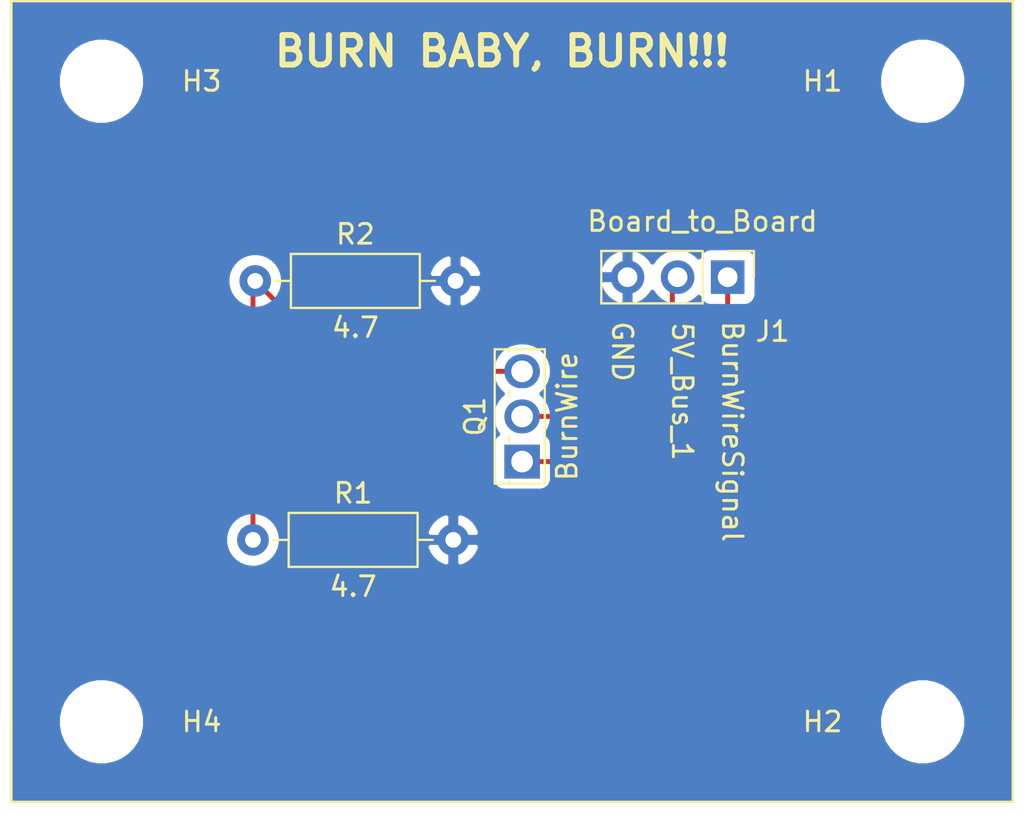
<source format=kicad_pcb>
(kicad_pcb (version 20171130) (host pcbnew "(5.1.5)-3")

  (general
    (thickness 1.6)
    (drawings 13)
    (tracks 15)
    (zones 0)
    (modules 8)
    (nets 5)
  )

  (page A4)
  (layers
    (0 F.Cu signal)
    (31 B.Cu signal)
    (32 B.Adhes user)
    (33 F.Adhes user)
    (34 B.Paste user)
    (35 F.Paste user)
    (36 B.SilkS user)
    (37 F.SilkS user)
    (38 B.Mask user)
    (39 F.Mask user)
    (40 Dwgs.User user)
    (41 Cmts.User user)
    (42 Eco1.User user)
    (43 Eco2.User user)
    (44 Edge.Cuts user)
    (45 Margin user)
    (46 B.CrtYd user)
    (47 F.CrtYd user)
    (48 B.Fab user)
    (49 F.Fab user)
  )

  (setup
    (last_trace_width 0.25)
    (trace_clearance 0.2)
    (zone_clearance 0.508)
    (zone_45_only no)
    (trace_min 0.2)
    (via_size 0.8)
    (via_drill 0.4)
    (via_min_size 0.4)
    (via_min_drill 0.3)
    (uvia_size 0.3)
    (uvia_drill 0.1)
    (uvias_allowed no)
    (uvia_min_size 0.2)
    (uvia_min_drill 0.1)
    (edge_width 0.05)
    (segment_width 0.2)
    (pcb_text_width 0.3)
    (pcb_text_size 1.5 1.5)
    (mod_edge_width 0.12)
    (mod_text_size 1 1)
    (mod_text_width 0.15)
    (pad_size 1.524 1.524)
    (pad_drill 0.762)
    (pad_to_mask_clearance 0.051)
    (solder_mask_min_width 0.25)
    (aux_axis_origin 0 0)
    (visible_elements FFFFFF7F)
    (pcbplotparams
      (layerselection 0x010fc_ffffffff)
      (usegerberextensions false)
      (usegerberattributes false)
      (usegerberadvancedattributes false)
      (creategerberjobfile false)
      (excludeedgelayer true)
      (linewidth 0.100000)
      (plotframeref false)
      (viasonmask false)
      (mode 1)
      (useauxorigin false)
      (hpglpennumber 1)
      (hpglpenspeed 20)
      (hpglpendiameter 15.000000)
      (psnegative false)
      (psa4output false)
      (plotreference true)
      (plotvalue true)
      (plotinvisibletext false)
      (padsonsilk false)
      (subtractmaskfromsilk false)
      (outputformat 1)
      (mirror false)
      (drillshape 1)
      (scaleselection 1)
      (outputdirectory ""))
  )

  (net 0 "")
  (net 1 GND)
  (net 2 /5V_Bus_1)
  (net 3 /BurnWireSignal)
  (net 4 "Net-(Q1-Pad3)")

  (net_class Default "This is the default net class."
    (clearance 0.2)
    (trace_width 0.25)
    (via_dia 0.8)
    (via_drill 0.4)
    (uvia_dia 0.3)
    (uvia_drill 0.1)
    (add_net /5V_Bus_1)
    (add_net /BurnWireSignal)
    (add_net GND)
    (add_net "Net-(Q1-Pad3)")
  )

  (module Connector_PinHeader_2.54mm:PinHeader_1x03_P2.54mm_Vertical (layer F.Cu) (tedit 59FED5CC) (tstamp 5E60DF9B)
    (at 203.9747 69.8881 270)
    (descr "Through hole straight pin header, 1x03, 2.54mm pitch, single row")
    (tags "Through hole pin header THT 1x03 2.54mm single row")
    (path /5E6D3E34)
    (fp_text reference J1 (at 2.7559 -2.2733 180) (layer F.SilkS)
      (effects (font (size 1 1) (thickness 0.15)))
    )
    (fp_text value Board_to_Board (at -2.8321 1.2827 180) (layer F.SilkS)
      (effects (font (size 1 1) (thickness 0.15)))
    )
    (fp_text user %R (at 0 2.54) (layer F.Fab)
      (effects (font (size 1 1) (thickness 0.15)))
    )
    (fp_line (start 1.8 -1.8) (end -1.8 -1.8) (layer F.CrtYd) (width 0.05))
    (fp_line (start 1.8 6.85) (end 1.8 -1.8) (layer F.CrtYd) (width 0.05))
    (fp_line (start -1.8 6.85) (end 1.8 6.85) (layer F.CrtYd) (width 0.05))
    (fp_line (start -1.8 -1.8) (end -1.8 6.85) (layer F.CrtYd) (width 0.05))
    (fp_line (start -1.33 -1.33) (end 0 -1.33) (layer F.SilkS) (width 0.12))
    (fp_line (start -1.33 0) (end -1.33 -1.33) (layer F.SilkS) (width 0.12))
    (fp_line (start -1.33 1.27) (end 1.33 1.27) (layer F.SilkS) (width 0.12))
    (fp_line (start 1.33 1.27) (end 1.33 6.41) (layer F.SilkS) (width 0.12))
    (fp_line (start -1.33 1.27) (end -1.33 6.41) (layer F.SilkS) (width 0.12))
    (fp_line (start -1.33 6.41) (end 1.33 6.41) (layer F.SilkS) (width 0.12))
    (fp_line (start -1.27 -0.635) (end -0.635 -1.27) (layer F.Fab) (width 0.1))
    (fp_line (start -1.27 6.35) (end -1.27 -0.635) (layer F.Fab) (width 0.1))
    (fp_line (start 1.27 6.35) (end -1.27 6.35) (layer F.Fab) (width 0.1))
    (fp_line (start 1.27 -1.27) (end 1.27 6.35) (layer F.Fab) (width 0.1))
    (fp_line (start -0.635 -1.27) (end 1.27 -1.27) (layer F.Fab) (width 0.1))
    (pad 3 thru_hole oval (at 0 5.08 270) (size 1.7 1.7) (drill 1) (layers *.Cu *.Mask)
      (net 1 GND))
    (pad 2 thru_hole oval (at 0 2.54 270) (size 1.7 1.7) (drill 1) (layers *.Cu *.Mask)
      (net 2 /5V_Bus_1))
    (pad 1 thru_hole rect (at 0 0 270) (size 1.7 1.7) (drill 1) (layers *.Cu *.Mask)
      (net 3 /BurnWireSignal))
    (model ${KISYS3DMOD}/Connector_PinHeader_2.54mm.3dshapes/PinHeader_1x03_P2.54mm_Vertical.wrl
      (at (xyz 0 0 0))
      (scale (xyz 1 1 1))
      (rotate (xyz 0 0 0))
    )
  )

  (module MountingHole:MountingHole_3.2mm_M3 (layer F.Cu) (tedit 56D1B4CB) (tstamp 5E60EC7F)
    (at 172.212 92.456)
    (descr "Mounting Hole 3.2mm, no annular, M3")
    (tags "mounting hole 3.2mm no annular m3")
    (path /5E6DB274)
    (attr virtual)
    (fp_text reference H4 (at 5.08 0) (layer F.SilkS)
      (effects (font (size 1 1) (thickness 0.15)))
    )
    (fp_text value MountingHole (at 0 4.2) (layer F.Fab)
      (effects (font (size 1 1) (thickness 0.15)))
    )
    (fp_circle (center 0 0) (end 3.45 0) (layer F.CrtYd) (width 0.05))
    (fp_circle (center 0 0) (end 3.2 0) (layer Cmts.User) (width 0.15))
    (fp_text user %R (at 0.3 0) (layer F.Fab)
      (effects (font (size 1 1) (thickness 0.15)))
    )
    (pad 1 np_thru_hole circle (at 0 0) (size 3.2 3.2) (drill 3.2) (layers *.Cu *.Mask))
  )

  (module MountingHole:MountingHole_3.2mm_M3 (layer F.Cu) (tedit 56D1B4CB) (tstamp 5E60EDCF)
    (at 172.212 59.944)
    (descr "Mounting Hole 3.2mm, no annular, M3")
    (tags "mounting hole 3.2mm no annular m3")
    (path /5E6DAF4F)
    (attr virtual)
    (fp_text reference H3 (at 5.08 0) (layer F.SilkS)
      (effects (font (size 1 1) (thickness 0.15)))
    )
    (fp_text value MountingHole (at 0 4.2) (layer F.Fab)
      (effects (font (size 1 1) (thickness 0.15)))
    )
    (fp_circle (center 0 0) (end 3.45 0) (layer F.CrtYd) (width 0.05))
    (fp_circle (center 0 0) (end 3.2 0) (layer Cmts.User) (width 0.15))
    (fp_text user %R (at 0.3 0) (layer F.Fab)
      (effects (font (size 1 1) (thickness 0.15)))
    )
    (pad 1 np_thru_hole circle (at 0 0) (size 3.2 3.2) (drill 3.2) (layers *.Cu *.Mask))
  )

  (module MountingHole:MountingHole_3.2mm_M3 (layer F.Cu) (tedit 56D1B4CB) (tstamp 5E60EC6F)
    (at 213.868 92.456)
    (descr "Mounting Hole 3.2mm, no annular, M3")
    (tags "mounting hole 3.2mm no annular m3")
    (path /5E6D9CFE)
    (attr virtual)
    (fp_text reference H2 (at -5.08 0) (layer F.SilkS)
      (effects (font (size 1 1) (thickness 0.15)))
    )
    (fp_text value MountingHole (at 0 4.2) (layer F.Fab)
      (effects (font (size 1 1) (thickness 0.15)))
    )
    (fp_circle (center 0 0) (end 3.45 0) (layer F.CrtYd) (width 0.05))
    (fp_circle (center 0 0) (end 3.2 0) (layer Cmts.User) (width 0.15))
    (fp_text user %R (at 0.3 0) (layer F.Fab)
      (effects (font (size 1 1) (thickness 0.15)))
    )
    (pad 1 np_thru_hole circle (at 0 0) (size 3.2 3.2) (drill 3.2) (layers *.Cu *.Mask))
  )

  (module MountingHole:MountingHole_3.2mm_M3 (layer F.Cu) (tedit 56D1B4CB) (tstamp 5E60EC67)
    (at 213.868 59.944)
    (descr "Mounting Hole 3.2mm, no annular, M3")
    (tags "mounting hole 3.2mm no annular m3")
    (path /5E6DAC81)
    (attr virtual)
    (fp_text reference H1 (at -5.08 0) (layer F.SilkS)
      (effects (font (size 1 1) (thickness 0.15)))
    )
    (fp_text value MountingHole (at 0 4.2) (layer F.Fab)
      (effects (font (size 1 1) (thickness 0.15)))
    )
    (fp_circle (center 0 0) (end 3.45 0) (layer F.CrtYd) (width 0.05))
    (fp_circle (center 0 0) (end 3.2 0) (layer Cmts.User) (width 0.15))
    (fp_text user %R (at 0.3 0) (layer F.Fab)
      (effects (font (size 1 1) (thickness 0.15)))
    )
    (pad 1 np_thru_hole circle (at 0 0) (size 3.2 3.2) (drill 3.2) (layers *.Cu *.Mask))
  )

  (module Resistor_THT:R_Axial_DIN0207_L6.3mm_D2.5mm_P10.16mm_Horizontal (layer F.Cu) (tedit 5AE5139B) (tstamp 5E60DFE2)
    (at 180.0098 70.0786)
    (descr "Resistor, Axial_DIN0207 series, Axial, Horizontal, pin pitch=10.16mm, 0.25W = 1/4W, length*diameter=6.3*2.5mm^2, http://cdn-reichelt.de/documents/datenblatt/B400/1_4W%23YAG.pdf")
    (tags "Resistor Axial_DIN0207 series Axial Horizontal pin pitch 10.16mm 0.25W = 1/4W length 6.3mm diameter 2.5mm")
    (path /5E6C249C)
    (fp_text reference R2 (at 5.08 -2.37) (layer F.SilkS)
      (effects (font (size 1 1) (thickness 0.15)))
    )
    (fp_text value 4.7 (at 5.08 2.37) (layer F.SilkS)
      (effects (font (size 1 1) (thickness 0.15)))
    )
    (fp_text user %R (at 5.08 0) (layer F.Fab)
      (effects (font (size 1 1) (thickness 0.15)))
    )
    (fp_line (start 11.21 -1.5) (end -1.05 -1.5) (layer F.CrtYd) (width 0.05))
    (fp_line (start 11.21 1.5) (end 11.21 -1.5) (layer F.CrtYd) (width 0.05))
    (fp_line (start -1.05 1.5) (end 11.21 1.5) (layer F.CrtYd) (width 0.05))
    (fp_line (start -1.05 -1.5) (end -1.05 1.5) (layer F.CrtYd) (width 0.05))
    (fp_line (start 9.12 0) (end 8.35 0) (layer F.SilkS) (width 0.12))
    (fp_line (start 1.04 0) (end 1.81 0) (layer F.SilkS) (width 0.12))
    (fp_line (start 8.35 -1.37) (end 1.81 -1.37) (layer F.SilkS) (width 0.12))
    (fp_line (start 8.35 1.37) (end 8.35 -1.37) (layer F.SilkS) (width 0.12))
    (fp_line (start 1.81 1.37) (end 8.35 1.37) (layer F.SilkS) (width 0.12))
    (fp_line (start 1.81 -1.37) (end 1.81 1.37) (layer F.SilkS) (width 0.12))
    (fp_line (start 10.16 0) (end 8.23 0) (layer F.Fab) (width 0.1))
    (fp_line (start 0 0) (end 1.93 0) (layer F.Fab) (width 0.1))
    (fp_line (start 8.23 -1.25) (end 1.93 -1.25) (layer F.Fab) (width 0.1))
    (fp_line (start 8.23 1.25) (end 8.23 -1.25) (layer F.Fab) (width 0.1))
    (fp_line (start 1.93 1.25) (end 8.23 1.25) (layer F.Fab) (width 0.1))
    (fp_line (start 1.93 -1.25) (end 1.93 1.25) (layer F.Fab) (width 0.1))
    (pad 2 thru_hole oval (at 10.16 0) (size 1.6 1.6) (drill 0.8) (layers *.Cu *.Mask)
      (net 1 GND))
    (pad 1 thru_hole circle (at 0 0) (size 1.6 1.6) (drill 0.8) (layers *.Cu *.Mask)
      (net 4 "Net-(Q1-Pad3)"))
    (model ${KISYS3DMOD}/Resistor_THT.3dshapes/R_Axial_DIN0207_L6.3mm_D2.5mm_P10.16mm_Horizontal.wrl
      (at (xyz 0 0 0))
      (scale (xyz 1 1 1))
      (rotate (xyz 0 0 0))
    )
  )

  (module Resistor_THT:R_Axial_DIN0207_L6.3mm_D2.5mm_P10.16mm_Horizontal (layer F.Cu) (tedit 5AE5139B) (tstamp 5E60DFCB)
    (at 179.8955 83.2231)
    (descr "Resistor, Axial_DIN0207 series, Axial, Horizontal, pin pitch=10.16mm, 0.25W = 1/4W, length*diameter=6.3*2.5mm^2, http://cdn-reichelt.de/documents/datenblatt/B400/1_4W%23YAG.pdf")
    (tags "Resistor Axial_DIN0207 series Axial Horizontal pin pitch 10.16mm 0.25W = 1/4W length 6.3mm diameter 2.5mm")
    (path /5E6C1AC8)
    (fp_text reference R1 (at 5.08 -2.37) (layer F.SilkS)
      (effects (font (size 1 1) (thickness 0.15)))
    )
    (fp_text value 4.7 (at 5.08 2.37) (layer F.SilkS)
      (effects (font (size 1 1) (thickness 0.15)))
    )
    (fp_text user %R (at 5.08 0) (layer F.Fab)
      (effects (font (size 1 1) (thickness 0.15)))
    )
    (fp_line (start 11.21 -1.5) (end -1.05 -1.5) (layer F.CrtYd) (width 0.05))
    (fp_line (start 11.21 1.5) (end 11.21 -1.5) (layer F.CrtYd) (width 0.05))
    (fp_line (start -1.05 1.5) (end 11.21 1.5) (layer F.CrtYd) (width 0.05))
    (fp_line (start -1.05 -1.5) (end -1.05 1.5) (layer F.CrtYd) (width 0.05))
    (fp_line (start 9.12 0) (end 8.35 0) (layer F.SilkS) (width 0.12))
    (fp_line (start 1.04 0) (end 1.81 0) (layer F.SilkS) (width 0.12))
    (fp_line (start 8.35 -1.37) (end 1.81 -1.37) (layer F.SilkS) (width 0.12))
    (fp_line (start 8.35 1.37) (end 8.35 -1.37) (layer F.SilkS) (width 0.12))
    (fp_line (start 1.81 1.37) (end 8.35 1.37) (layer F.SilkS) (width 0.12))
    (fp_line (start 1.81 -1.37) (end 1.81 1.37) (layer F.SilkS) (width 0.12))
    (fp_line (start 10.16 0) (end 8.23 0) (layer F.Fab) (width 0.1))
    (fp_line (start 0 0) (end 1.93 0) (layer F.Fab) (width 0.1))
    (fp_line (start 8.23 -1.25) (end 1.93 -1.25) (layer F.Fab) (width 0.1))
    (fp_line (start 8.23 1.25) (end 8.23 -1.25) (layer F.Fab) (width 0.1))
    (fp_line (start 1.93 1.25) (end 8.23 1.25) (layer F.Fab) (width 0.1))
    (fp_line (start 1.93 -1.25) (end 1.93 1.25) (layer F.Fab) (width 0.1))
    (pad 2 thru_hole oval (at 10.16 0) (size 1.6 1.6) (drill 0.8) (layers *.Cu *.Mask)
      (net 1 GND))
    (pad 1 thru_hole circle (at 0 0) (size 1.6 1.6) (drill 0.8) (layers *.Cu *.Mask)
      (net 4 "Net-(Q1-Pad3)"))
    (model ${KISYS3DMOD}/Resistor_THT.3dshapes/R_Axial_DIN0207_L6.3mm_D2.5mm_P10.16mm_Horizontal.wrl
      (at (xyz 0 0 0))
      (scale (xyz 1 1 1))
      (rotate (xyz 0 0 0))
    )
  )

  (module Package_TO_SOT_THT:TO-251-3_Vertical (layer F.Cu) (tedit 5ACC4915) (tstamp 5E60F2D6)
    (at 193.548 79.248 90)
    (descr "TO-251-3, Vertical, RM 2.29mm, IPAK, see https://www.diodes.com/assets/Package-Files/TO251.pdf")
    (tags "TO-251-3 Vertical RM 2.29mm IPAK")
    (path /5E6C10CB)
    (fp_text reference Q1 (at 2.29 -2.39 90) (layer F.SilkS)
      (effects (font (size 1 1) (thickness 0.15)))
    )
    (fp_text value BurnWire (at 2.29 2.28 90) (layer F.SilkS)
      (effects (font (size 1 1) (thickness 0.15)))
    )
    (fp_text user %R (at 2.29 -2.39 90) (layer F.Fab)
      (effects (font (size 1 1) (thickness 0.15)))
    )
    (fp_line (start 5.83 -1.52) (end -1.25 -1.52) (layer F.CrtYd) (width 0.05))
    (fp_line (start 5.83 1.28) (end 5.83 -1.52) (layer F.CrtYd) (width 0.05))
    (fp_line (start -1.25 1.28) (end 5.83 1.28) (layer F.CrtYd) (width 0.05))
    (fp_line (start -1.25 -1.52) (end -1.25 1.28) (layer F.CrtYd) (width 0.05))
    (fp_line (start 5.589 -0.651) (end 5.7 -0.651) (layer F.SilkS) (width 0.12))
    (fp_line (start 3.299 -0.651) (end 3.572 -0.651) (layer F.SilkS) (width 0.12))
    (fp_line (start 1.009 -0.651) (end 1.282 -0.651) (layer F.SilkS) (width 0.12))
    (fp_line (start -1.12 -0.651) (end -1.009 -0.651) (layer F.SilkS) (width 0.12))
    (fp_line (start 5.7 -1.39) (end 5.7 1.15) (layer F.SilkS) (width 0.12))
    (fp_line (start -1.12 -1.39) (end -1.12 1.15) (layer F.SilkS) (width 0.12))
    (fp_line (start -1.12 1.15) (end 5.7 1.15) (layer F.SilkS) (width 0.12))
    (fp_line (start -1.12 -1.39) (end 5.7 -1.39) (layer F.SilkS) (width 0.12))
    (fp_line (start -1 -0.77) (end 5.58 -0.77) (layer F.Fab) (width 0.1))
    (fp_line (start 5.58 -1.27) (end -1 -1.27) (layer F.Fab) (width 0.1))
    (fp_line (start 5.58 1.03) (end 5.58 -1.27) (layer F.Fab) (width 0.1))
    (fp_line (start -1 1.03) (end 5.58 1.03) (layer F.Fab) (width 0.1))
    (fp_line (start -1 -1.27) (end -1 1.03) (layer F.Fab) (width 0.1))
    (pad 3 thru_hole oval (at 4.58 0 90) (size 1.7175 1.8) (drill 1.1) (layers *.Cu *.Mask)
      (net 4 "Net-(Q1-Pad3)"))
    (pad 2 thru_hole oval (at 2.29 0 90) (size 1.7175 1.8) (drill 1.1) (layers *.Cu *.Mask)
      (net 2 /5V_Bus_1))
    (pad 1 thru_hole rect (at 0 0 90) (size 1.7175 1.8) (drill 1.1) (layers *.Cu *.Mask)
      (net 3 /BurnWireSignal))
    (model ${KISYS3DMOD}/Package_TO_SOT_THT.3dshapes/TO-251-3_Vertical.wrl
      (at (xyz 0 0 0))
      (scale (xyz 1 1 1))
      (rotate (xyz 0 0 0))
    )
  )

  (gr_text "BURN BABY, BURN!!!" (at 192.532 58.42) (layer F.SilkS)
    (effects (font (size 1.5 1.5) (thickness 0.3)))
  )
  (gr_text BurnWireSignal (at 204.216 77.724 270) (layer F.SilkS) (tstamp 5E60F376)
    (effects (font (size 1 1) (thickness 0.15)))
  )
  (gr_text 5V_Bus_1 (at 201.676 75.692 270) (layer F.SilkS) (tstamp 5E60F370)
    (effects (font (size 1 1) (thickness 0.15)))
  )
  (gr_text GND (at 198.628 73.66 270) (layer F.SilkS)
    (effects (font (size 1 1) (thickness 0.15)))
  )
  (gr_line (start 167.64 96.52) (end 167.64 92.456) (layer F.SilkS) (width 0.12))
  (gr_line (start 218.44 96.52) (end 218.44 92.456) (layer F.SilkS) (width 0.12))
  (gr_line (start 167.64 55.88) (end 167.64 59.944) (layer F.SilkS) (width 0.12))
  (gr_line (start 218.44 55.88) (end 218.44 59.944) (layer F.SilkS) (width 0.12))
  (gr_line (start 167.64 55.88) (end 167.64 60.96) (layer F.SilkS) (width 0.12) (tstamp 5E60E9E8))
  (gr_line (start 218.44 55.88) (end 167.64 55.88) (layer F.SilkS) (width 0.12))
  (gr_line (start 218.44 96.52) (end 218.44 55.88) (layer F.SilkS) (width 0.12))
  (gr_line (start 167.64 96.52) (end 218.44 96.52) (layer F.SilkS) (width 0.12))
  (gr_line (start 167.64 60.96) (end 167.64 96.52) (layer F.SilkS) (width 0.12))

  (segment (start 201.168 70.3961) (end 201.168 72.8502) (width 0.25) (layer F.Cu) (net 2))
  (segment (start 195.072 76.958) (end 193.548 76.958) (width 0.25) (layer F.Cu) (net 2))
  (segment (start 195.4911 77.3771) (end 195.072 76.958) (width 0.25) (layer F.Cu) (net 2))
  (segment (start 201.676 69.8881) (end 201.168 70.3961) (width 0.25) (layer F.Cu) (net 2))
  (segment (start 201.168 72.8502) (end 196.6411 77.3771) (width 0.25) (layer F.Cu) (net 2))
  (segment (start 196.6411 77.3771) (end 195.4911 77.3771) (width 0.25) (layer F.Cu) (net 2))
  (segment (start 195.072 79.248) (end 193.548 79.248) (width 0.25) (layer F.Cu) (net 3))
  (segment (start 197.76881 79.6671) (end 195.4911 79.6671) (width 0.25) (layer F.Cu) (net 3))
  (segment (start 195.4911 79.6671) (end 195.072 79.248) (width 0.25) (layer F.Cu) (net 3))
  (segment (start 203.9747 69.8881) (end 203.9747 73.46121) (width 0.25) (layer F.Cu) (net 3))
  (segment (start 203.9747 73.46121) (end 197.76881 79.6671) (width 0.25) (layer F.Cu) (net 3))
  (segment (start 179.8955 70.1929) (end 180.0098 70.0786) (width 0.25) (layer F.Cu) (net 4))
  (segment (start 179.8955 83.2231) (end 179.8955 70.1929) (width 0.25) (layer F.Cu) (net 4))
  (segment (start 184.5992 74.668) (end 180.0098 70.0786) (width 0.25) (layer F.Cu) (net 4))
  (segment (start 193.548 74.668) (end 184.5992 74.668) (width 0.25) (layer F.Cu) (net 4))

  (zone (net 1) (net_name GND) (layer B.Cu) (tstamp 0) (hatch edge 0.508)
    (connect_pads (clearance 0.508))
    (min_thickness 0.254)
    (fill yes (arc_segments 32) (thermal_gap 0.508) (thermal_bridge_width 0.508))
    (polygon
      (pts
        (xy 218.44 96.52) (xy 167.64 96.52) (xy 167.64 55.88) (xy 218.44 55.88)
      )
    )
    (filled_polygon
      (pts
        (xy 218.313 96.393) (xy 167.767 96.393) (xy 167.767 92.235872) (xy 169.977 92.235872) (xy 169.977 92.676128)
        (xy 170.06289 93.107925) (xy 170.231369 93.514669) (xy 170.475962 93.880729) (xy 170.787271 94.192038) (xy 171.153331 94.436631)
        (xy 171.560075 94.60511) (xy 171.991872 94.691) (xy 172.432128 94.691) (xy 172.863925 94.60511) (xy 173.270669 94.436631)
        (xy 173.636729 94.192038) (xy 173.948038 93.880729) (xy 174.192631 93.514669) (xy 174.36111 93.107925) (xy 174.447 92.676128)
        (xy 174.447 92.235872) (xy 211.633 92.235872) (xy 211.633 92.676128) (xy 211.71889 93.107925) (xy 211.887369 93.514669)
        (xy 212.131962 93.880729) (xy 212.443271 94.192038) (xy 212.809331 94.436631) (xy 213.216075 94.60511) (xy 213.647872 94.691)
        (xy 214.088128 94.691) (xy 214.519925 94.60511) (xy 214.926669 94.436631) (xy 215.292729 94.192038) (xy 215.604038 93.880729)
        (xy 215.848631 93.514669) (xy 216.01711 93.107925) (xy 216.103 92.676128) (xy 216.103 92.235872) (xy 216.01711 91.804075)
        (xy 215.848631 91.397331) (xy 215.604038 91.031271) (xy 215.292729 90.719962) (xy 214.926669 90.475369) (xy 214.519925 90.30689)
        (xy 214.088128 90.221) (xy 213.647872 90.221) (xy 213.216075 90.30689) (xy 212.809331 90.475369) (xy 212.443271 90.719962)
        (xy 212.131962 91.031271) (xy 211.887369 91.397331) (xy 211.71889 91.804075) (xy 211.633 92.235872) (xy 174.447 92.235872)
        (xy 174.36111 91.804075) (xy 174.192631 91.397331) (xy 173.948038 91.031271) (xy 173.636729 90.719962) (xy 173.270669 90.475369)
        (xy 172.863925 90.30689) (xy 172.432128 90.221) (xy 171.991872 90.221) (xy 171.560075 90.30689) (xy 171.153331 90.475369)
        (xy 170.787271 90.719962) (xy 170.475962 91.031271) (xy 170.231369 91.397331) (xy 170.06289 91.804075) (xy 169.977 92.235872)
        (xy 167.767 92.235872) (xy 167.767 83.081765) (xy 178.4605 83.081765) (xy 178.4605 83.364435) (xy 178.515647 83.641674)
        (xy 178.62382 83.902827) (xy 178.780863 84.137859) (xy 178.980741 84.337737) (xy 179.215773 84.49478) (xy 179.476926 84.602953)
        (xy 179.754165 84.6581) (xy 180.036835 84.6581) (xy 180.314074 84.602953) (xy 180.575227 84.49478) (xy 180.810259 84.337737)
        (xy 181.010137 84.137859) (xy 181.16718 83.902827) (xy 181.275353 83.641674) (xy 181.289184 83.572139) (xy 188.663596 83.572139)
        (xy 188.704254 83.706187) (xy 188.824463 83.96052) (xy 188.991981 84.186514) (xy 189.200369 84.375485) (xy 189.441619 84.52017)
        (xy 189.70646 84.615009) (xy 189.9285 84.493724) (xy 189.9285 83.3501) (xy 190.1825 83.3501) (xy 190.1825 84.493724)
        (xy 190.40454 84.615009) (xy 190.669381 84.52017) (xy 190.910631 84.375485) (xy 191.119019 84.186514) (xy 191.286537 83.96052)
        (xy 191.406746 83.706187) (xy 191.447404 83.572139) (xy 191.325415 83.3501) (xy 190.1825 83.3501) (xy 189.9285 83.3501)
        (xy 188.785585 83.3501) (xy 188.663596 83.572139) (xy 181.289184 83.572139) (xy 181.3305 83.364435) (xy 181.3305 83.081765)
        (xy 181.289185 82.874061) (xy 188.663596 82.874061) (xy 188.785585 83.0961) (xy 189.9285 83.0961) (xy 189.9285 81.952476)
        (xy 190.1825 81.952476) (xy 190.1825 83.0961) (xy 191.325415 83.0961) (xy 191.447404 82.874061) (xy 191.406746 82.740013)
        (xy 191.286537 82.48568) (xy 191.119019 82.259686) (xy 190.910631 82.070715) (xy 190.669381 81.92603) (xy 190.40454 81.831191)
        (xy 190.1825 81.952476) (xy 189.9285 81.952476) (xy 189.70646 81.831191) (xy 189.441619 81.92603) (xy 189.200369 82.070715)
        (xy 188.991981 82.259686) (xy 188.824463 82.48568) (xy 188.704254 82.740013) (xy 188.663596 82.874061) (xy 181.289185 82.874061)
        (xy 181.275353 82.804526) (xy 181.16718 82.543373) (xy 181.010137 82.308341) (xy 180.810259 82.108463) (xy 180.575227 81.95142)
        (xy 180.314074 81.843247) (xy 180.036835 81.7881) (xy 179.754165 81.7881) (xy 179.476926 81.843247) (xy 179.215773 81.95142)
        (xy 178.980741 82.108463) (xy 178.780863 82.308341) (xy 178.62382 82.543373) (xy 178.515647 82.804526) (xy 178.4605 83.081765)
        (xy 167.767 83.081765) (xy 167.767 74.668) (xy 192.005773 74.668) (xy 192.034614 74.960826) (xy 192.120028 75.242399)
        (xy 192.258733 75.501898) (xy 192.445399 75.729351) (xy 192.547326 75.813) (xy 192.445399 75.896649) (xy 192.258733 76.124102)
        (xy 192.120028 76.383601) (xy 192.034614 76.665174) (xy 192.005773 76.958) (xy 192.034614 77.250826) (xy 192.120028 77.532399)
        (xy 192.258733 77.791898) (xy 192.30745 77.85126) (xy 192.293506 77.858713) (xy 192.196815 77.938065) (xy 192.117463 78.034756)
        (xy 192.058498 78.14507) (xy 192.022188 78.264768) (xy 192.009928 78.38925) (xy 192.009928 80.10675) (xy 192.022188 80.231232)
        (xy 192.058498 80.35093) (xy 192.117463 80.461244) (xy 192.196815 80.557935) (xy 192.293506 80.637287) (xy 192.40382 80.696252)
        (xy 192.523518 80.732562) (xy 192.648 80.744822) (xy 194.448 80.744822) (xy 194.572482 80.732562) (xy 194.69218 80.696252)
        (xy 194.802494 80.637287) (xy 194.899185 80.557935) (xy 194.978537 80.461244) (xy 195.037502 80.35093) (xy 195.073812 80.231232)
        (xy 195.086072 80.10675) (xy 195.086072 78.38925) (xy 195.073812 78.264768) (xy 195.037502 78.14507) (xy 194.978537 78.034756)
        (xy 194.899185 77.938065) (xy 194.802494 77.858713) (xy 194.78855 77.85126) (xy 194.837267 77.791898) (xy 194.975972 77.532399)
        (xy 195.061386 77.250826) (xy 195.090227 76.958) (xy 195.061386 76.665174) (xy 194.975972 76.383601) (xy 194.837267 76.124102)
        (xy 194.650601 75.896649) (xy 194.548674 75.813) (xy 194.650601 75.729351) (xy 194.837267 75.501898) (xy 194.975972 75.242399)
        (xy 195.061386 74.960826) (xy 195.090227 74.668) (xy 195.061386 74.375174) (xy 194.975972 74.093601) (xy 194.837267 73.834102)
        (xy 194.650601 73.606649) (xy 194.423148 73.419983) (xy 194.163649 73.281278) (xy 193.882076 73.195864) (xy 193.662627 73.17425)
        (xy 193.433373 73.17425) (xy 193.213924 73.195864) (xy 192.932351 73.281278) (xy 192.672852 73.419983) (xy 192.445399 73.606649)
        (xy 192.258733 73.834102) (xy 192.120028 74.093601) (xy 192.034614 74.375174) (xy 192.005773 74.668) (xy 167.767 74.668)
        (xy 167.767 69.937265) (xy 178.5748 69.937265) (xy 178.5748 70.219935) (xy 178.629947 70.497174) (xy 178.73812 70.758327)
        (xy 178.895163 70.993359) (xy 179.095041 71.193237) (xy 179.330073 71.35028) (xy 179.591226 71.458453) (xy 179.868465 71.5136)
        (xy 180.151135 71.5136) (xy 180.428374 71.458453) (xy 180.689527 71.35028) (xy 180.924559 71.193237) (xy 181.124437 70.993359)
        (xy 181.28148 70.758327) (xy 181.389653 70.497174) (xy 181.403484 70.427639) (xy 188.777896 70.427639) (xy 188.818554 70.561687)
        (xy 188.938763 70.81602) (xy 189.106281 71.042014) (xy 189.314669 71.230985) (xy 189.555919 71.37567) (xy 189.82076 71.470509)
        (xy 190.0428 71.349224) (xy 190.0428 70.2056) (xy 190.2968 70.2056) (xy 190.2968 71.349224) (xy 190.51884 71.470509)
        (xy 190.783681 71.37567) (xy 191.024931 71.230985) (xy 191.233319 71.042014) (xy 191.400837 70.81602) (xy 191.521046 70.561687)
        (xy 191.561704 70.427639) (xy 191.461357 70.244991) (xy 197.453219 70.244991) (xy 197.550543 70.519352) (xy 197.699522 70.769455)
        (xy 197.894431 70.985688) (xy 198.12778 71.159741) (xy 198.390601 71.284925) (xy 198.53781 71.329576) (xy 198.7677 71.208255)
        (xy 198.7677 70.0151) (xy 197.573886 70.0151) (xy 197.453219 70.244991) (xy 191.461357 70.244991) (xy 191.439715 70.2056)
        (xy 190.2968 70.2056) (xy 190.0428 70.2056) (xy 188.899885 70.2056) (xy 188.777896 70.427639) (xy 181.403484 70.427639)
        (xy 181.4448 70.219935) (xy 181.4448 69.937265) (xy 181.403485 69.729561) (xy 188.777896 69.729561) (xy 188.899885 69.9516)
        (xy 190.0428 69.9516) (xy 190.0428 68.807976) (xy 190.2968 68.807976) (xy 190.2968 69.9516) (xy 191.439715 69.9516)
        (xy 191.561704 69.729561) (xy 191.521046 69.595513) (xy 191.490654 69.531209) (xy 197.453219 69.531209) (xy 197.573886 69.7611)
        (xy 198.7677 69.7611) (xy 198.7677 68.567945) (xy 199.0217 68.567945) (xy 199.0217 69.7611) (xy 199.0417 69.7611)
        (xy 199.0417 70.0151) (xy 199.0217 70.0151) (xy 199.0217 71.208255) (xy 199.25159 71.329576) (xy 199.398799 71.284925)
        (xy 199.66162 71.159741) (xy 199.894969 70.985688) (xy 200.089878 70.769455) (xy 200.159505 70.652566) (xy 200.281225 70.834732)
        (xy 200.488068 71.041575) (xy 200.731289 71.20409) (xy 201.001542 71.316032) (xy 201.28844 71.3731) (xy 201.58096 71.3731)
        (xy 201.867858 71.316032) (xy 202.138111 71.20409) (xy 202.381332 71.041575) (xy 202.513187 70.90972) (xy 202.535198 70.98228)
        (xy 202.594163 71.092594) (xy 202.673515 71.189285) (xy 202.770206 71.268637) (xy 202.88052 71.327602) (xy 203.000218 71.363912)
        (xy 203.1247 71.376172) (xy 204.8247 71.376172) (xy 204.949182 71.363912) (xy 205.06888 71.327602) (xy 205.179194 71.268637)
        (xy 205.275885 71.189285) (xy 205.355237 71.092594) (xy 205.414202 70.98228) (xy 205.450512 70.862582) (xy 205.462772 70.7381)
        (xy 205.462772 69.0381) (xy 205.450512 68.913618) (xy 205.414202 68.79392) (xy 205.355237 68.683606) (xy 205.275885 68.586915)
        (xy 205.179194 68.507563) (xy 205.06888 68.448598) (xy 204.949182 68.412288) (xy 204.8247 68.400028) (xy 203.1247 68.400028)
        (xy 203.000218 68.412288) (xy 202.88052 68.448598) (xy 202.770206 68.507563) (xy 202.673515 68.586915) (xy 202.594163 68.683606)
        (xy 202.535198 68.79392) (xy 202.513187 68.86648) (xy 202.381332 68.734625) (xy 202.138111 68.57211) (xy 201.867858 68.460168)
        (xy 201.58096 68.4031) (xy 201.28844 68.4031) (xy 201.001542 68.460168) (xy 200.731289 68.57211) (xy 200.488068 68.734625)
        (xy 200.281225 68.941468) (xy 200.159505 69.123634) (xy 200.089878 69.006745) (xy 199.894969 68.790512) (xy 199.66162 68.616459)
        (xy 199.398799 68.491275) (xy 199.25159 68.446624) (xy 199.0217 68.567945) (xy 198.7677 68.567945) (xy 198.53781 68.446624)
        (xy 198.390601 68.491275) (xy 198.12778 68.616459) (xy 197.894431 68.790512) (xy 197.699522 69.006745) (xy 197.550543 69.256848)
        (xy 197.453219 69.531209) (xy 191.490654 69.531209) (xy 191.400837 69.34118) (xy 191.233319 69.115186) (xy 191.024931 68.926215)
        (xy 190.783681 68.78153) (xy 190.51884 68.686691) (xy 190.2968 68.807976) (xy 190.0428 68.807976) (xy 189.82076 68.686691)
        (xy 189.555919 68.78153) (xy 189.314669 68.926215) (xy 189.106281 69.115186) (xy 188.938763 69.34118) (xy 188.818554 69.595513)
        (xy 188.777896 69.729561) (xy 181.403485 69.729561) (xy 181.389653 69.660026) (xy 181.28148 69.398873) (xy 181.124437 69.163841)
        (xy 180.924559 68.963963) (xy 180.689527 68.80692) (xy 180.428374 68.698747) (xy 180.151135 68.6436) (xy 179.868465 68.6436)
        (xy 179.591226 68.698747) (xy 179.330073 68.80692) (xy 179.095041 68.963963) (xy 178.895163 69.163841) (xy 178.73812 69.398873)
        (xy 178.629947 69.660026) (xy 178.5748 69.937265) (xy 167.767 69.937265) (xy 167.767 59.723872) (xy 169.977 59.723872)
        (xy 169.977 60.164128) (xy 170.06289 60.595925) (xy 170.231369 61.002669) (xy 170.475962 61.368729) (xy 170.787271 61.680038)
        (xy 171.153331 61.924631) (xy 171.560075 62.09311) (xy 171.991872 62.179) (xy 172.432128 62.179) (xy 172.863925 62.09311)
        (xy 173.270669 61.924631) (xy 173.636729 61.680038) (xy 173.948038 61.368729) (xy 174.192631 61.002669) (xy 174.36111 60.595925)
        (xy 174.447 60.164128) (xy 174.447 59.723872) (xy 211.633 59.723872) (xy 211.633 60.164128) (xy 211.71889 60.595925)
        (xy 211.887369 61.002669) (xy 212.131962 61.368729) (xy 212.443271 61.680038) (xy 212.809331 61.924631) (xy 213.216075 62.09311)
        (xy 213.647872 62.179) (xy 214.088128 62.179) (xy 214.519925 62.09311) (xy 214.926669 61.924631) (xy 215.292729 61.680038)
        (xy 215.604038 61.368729) (xy 215.848631 61.002669) (xy 216.01711 60.595925) (xy 216.103 60.164128) (xy 216.103 59.723872)
        (xy 216.01711 59.292075) (xy 215.848631 58.885331) (xy 215.604038 58.519271) (xy 215.292729 58.207962) (xy 214.926669 57.963369)
        (xy 214.519925 57.79489) (xy 214.088128 57.709) (xy 213.647872 57.709) (xy 213.216075 57.79489) (xy 212.809331 57.963369)
        (xy 212.443271 58.207962) (xy 212.131962 58.519271) (xy 211.887369 58.885331) (xy 211.71889 59.292075) (xy 211.633 59.723872)
        (xy 174.447 59.723872) (xy 174.36111 59.292075) (xy 174.192631 58.885331) (xy 173.948038 58.519271) (xy 173.636729 58.207962)
        (xy 173.270669 57.963369) (xy 172.863925 57.79489) (xy 172.432128 57.709) (xy 171.991872 57.709) (xy 171.560075 57.79489)
        (xy 171.153331 57.963369) (xy 170.787271 58.207962) (xy 170.475962 58.519271) (xy 170.231369 58.885331) (xy 170.06289 59.292075)
        (xy 169.977 59.723872) (xy 167.767 59.723872) (xy 167.767 56.007) (xy 218.313 56.007)
      )
    )
  )
)

</source>
